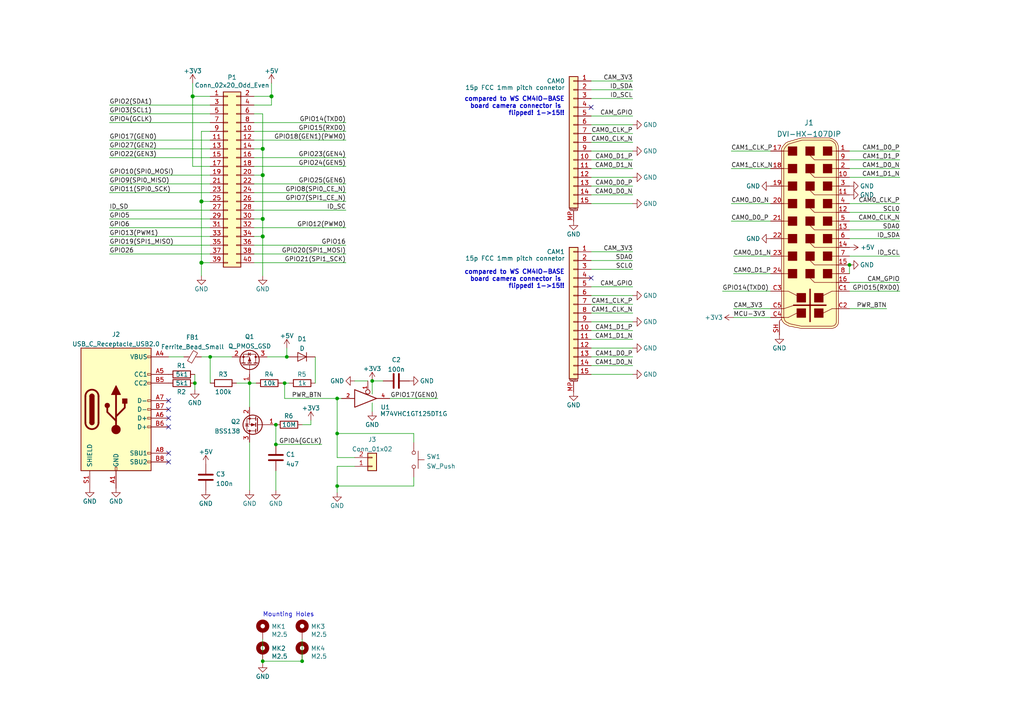
<source format=kicad_sch>
(kicad_sch (version 20211123) (generator eeschema)
  (paper "A4")
  (title_block (date "15 nov 2012"))
  (lib_symbols
    (symbol "74xGxx:74AHC1G125" (pin_names (offset 1.016))
      (property "Reference" "U" (at -2.54 3.81 0))
      (property "Value" "74AHC1G125" (at 0 -3.81 0))
      (symbol "74AHC1G125_1_1"
        (pin input inverted (at 0 5.08 270) (length 3.81) (name "~") (number "1"))
        (pin input line (at -7.62 0 0) (length 3.81) (name "~") (number "2"))
        (pin power_in line (at 1.27 -1.27 270) (length 0) hide (name "GND") (number "3"))
        (pin tri_state line (at 6.35 0 180) (length 3.81) (name "~") (number "4"))
        (pin power_in line (at 1.27 1.27 90) (length 0) hide (name "VCC") (number "5"))
      )
    )
    (symbol "Connector:USB_C_Receptacle_USB2.0" (pin_names (offset 1.016))
      (property "Reference" "J" (at -10.16 19.05 0))
      (property "Value" "USB_C_Receptacle_USB2.0" (at 19.05 19.05 0))
      (symbol "USB_C_Receptacle_USB2.0_1_1"
        (pin power_in line (at 0 -22.86 90) (length 5.08) (name "GND") (number "A1"))
        (pin passive line (at 0 -22.86 90) (length 5.08) hide (name "GND") (number "A12"))
        (pin power_in line (at 15.24 15.24 180) (length 5.08) (name "VBUS") (number "A4"))
        (pin bidirectional line (at 15.24 10.16 180) (length 5.08) (name "CC1") (number "A5"))
        (pin bidirectional line (at 15.24 -2.54 180) (length 5.08) (name "D+") (number "A6"))
        (pin bidirectional line (at 15.24 2.54 180) (length 5.08) (name "D-") (number "A7"))
        (pin bidirectional line (at 15.24 -12.7 180) (length 5.08) (name "SBU1") (number "A8"))
        (pin passive line (at 15.24 15.24 180) (length 5.08) hide (name "VBUS") (number "A9"))
        (pin passive line (at 0 -22.86 90) (length 5.08) hide (name "GND") (number "B1"))
        (pin passive line (at 0 -22.86 90) (length 5.08) hide (name "GND") (number "B12"))
        (pin passive line (at 15.24 15.24 180) (length 5.08) hide (name "VBUS") (number "B4"))
        (pin bidirectional line (at 15.24 7.62 180) (length 5.08) (name "CC2") (number "B5"))
        (pin bidirectional line (at 15.24 -5.08 180) (length 5.08) (name "D+") (number "B6"))
        (pin bidirectional line (at 15.24 0 180) (length 5.08) (name "D-") (number "B7"))
        (pin bidirectional line (at 15.24 -15.24 180) (length 5.08) (name "SBU2") (number "B8"))
        (pin passive line (at 15.24 15.24 180) (length 5.08) hide (name "VBUS") (number "B9"))
        (pin passive line (at -7.62 -22.86 90) (length 5.08) (name "SHIELD") (number "S1"))
      )
    )
    (symbol "Connector_Generic:Conn_01x02" (pin_names (offset 1.016) hide)
      (property "Reference" "J" (at 0 2.54 0))
      (property "Value" "Conn_01x02" (at 0 -5.08 0))
      (symbol "Conn_01x02_1_1"
        (pin passive line (at -5.08 0 0) (length 3.81) (name "Pin_1") (number "1"))
        (pin passive line (at -5.08 -2.54 0) (length 3.81) (name "Pin_2") (number "2"))
      )
    )
    (symbol "Connector_Generic:Conn_02x20_Odd_Even" (pin_names (offset 1.016) hide)
      (property "Reference" "J" (at 1.27 25.4 0))
      (property "Value" "Conn_02x20_Odd_Even" (at 1.27 -27.94 0))
      (symbol "Conn_02x20_Odd_Even_1_1"
        (pin passive line (at -5.08 22.86 0) (length 3.81) (name "Pin_1") (number "1"))
        (pin passive line (at 7.62 12.7 180) (length 3.81) (name "Pin_10") (number "10"))
        (pin passive line (at -5.08 10.16 0) (length 3.81) (name "Pin_11") (number "11"))
        (pin passive line (at 7.62 10.16 180) (length 3.81) (name "Pin_12") (number "12"))
        (pin passive line (at -5.08 7.62 0) (length 3.81) (name "Pin_13") (number "13"))
        (pin passive line (at 7.62 7.62 180) (length 3.81) (name "Pin_14") (number "14"))
        (pin passive line (at -5.08 5.08 0) (length 3.81) (name "Pin_15") (number "15"))
        (pin passive line (at 7.62 5.08 180) (length 3.81) (name "Pin_16") (number "16"))
        (pin passive line (at -5.08 2.54 0) (length 3.81) (name "Pin_17") (number "17"))
        (pin passive line (at 7.62 2.54 180) (length 3.81) (name "Pin_18") (number "18"))
        (pin passive line (at -5.08 0 0) (length 3.81) (name "Pin_19") (number "19"))
        (pin passive line (at 7.62 22.86 180) (length 3.81) (name "Pin_2") (number "2"))
        (pin passive line (at 7.62 0 180) (length 3.81) (name "Pin_20") (number "20"))
        (pin passive line (at -5.08 -2.54 0) (length 3.81) (name "Pin_21") (number "21"))
        (pin passive line (at 7.62 -2.54 180) (length 3.81) (name "Pin_22") (number "22"))
        (pin passive line (at -5.08 -5.08 0) (length 3.81) (name "Pin_23") (number "23"))
        (pin passive line (at 7.62 -5.08 180) (length 3.81) (name "Pin_24") (number "24"))
        (pin passive line (at -5.08 -7.62 0) (length 3.81) (name "Pin_25") (number "25"))
        (pin passive line (at 7.62 -7.62 180) (length 3.81) (name "Pin_26") (number "26"))
        (pin passive line (at -5.08 -10.16 0) (length 3.81) (name "Pin_27") (number "27"))
        (pin passive line (at 7.62 -10.16 180) (length 3.81) (name "Pin_28") (number "28"))
        (pin passive line (at -5.08 -12.7 0) (length 3.81) (name "Pin_29") (number "29"))
        (pin passive line (at -5.08 20.32 0) (length 3.81) (name "Pin_3") (number "3"))
        (pin passive line (at 7.62 -12.7 180) (length 3.81) (name "Pin_30") (number "30"))
        (pin passive line (at -5.08 -15.24 0) (length 3.81) (name "Pin_31") (number "31"))
        (pin passive line (at 7.62 -15.24 180) (length 3.81) (name "Pin_32") (number "32"))
        (pin passive line (at -5.08 -17.78 0) (length 3.81) (name "Pin_33") (number "33"))
        (pin passive line (at 7.62 -17.78 180) (length 3.81) (name "Pin_34") (number "34"))
        (pin passive line (at -5.08 -20.32 0) (length 3.81) (name "Pin_35") (number "35"))
        (pin passive line (at 7.62 -20.32 180) (length 3.81) (name "Pin_36") (number "36"))
        (pin passive line (at -5.08 -22.86 0) (length 3.81) (name "Pin_37") (number "37"))
        (pin passive line (at 7.62 -22.86 180) (length 3.81) (name "Pin_38") (number "38"))
        (pin passive line (at -5.08 -25.4 0) (length 3.81) (name "Pin_39") (number "39"))
        (pin passive line (at 7.62 20.32 180) (length 3.81) (name "Pin_4") (number "4"))
        (pin passive line (at 7.62 -25.4 180) (length 3.81) (name "Pin_40") (number "40"))
        (pin passive line (at -5.08 17.78 0) (length 3.81) (name "Pin_5") (number "5"))
        (pin passive line (at 7.62 17.78 180) (length 3.81) (name "Pin_6") (number "6"))
        (pin passive line (at -5.08 15.24 0) (length 3.81) (name "Pin_7") (number "7"))
        (pin passive line (at 7.62 15.24 180) (length 3.81) (name "Pin_8") (number "8"))
        (pin passive line (at -5.08 12.7 0) (length 3.81) (name "Pin_9") (number "9"))
      )
    )
    (symbol "Connector_Generic_MountingPin:Conn_01x15_MountingPin" (pin_names (offset 1.016) hide)
      (property "Reference" "J" (at 0 20.32 0))
      (property "Value" "Conn_01x15_MountingPin" (at 1.27 -20.32 0))
      (symbol "Conn_01x15_MountingPin_1_1"
        (text "Mounting" (at 0 -19.431 0) (effects (font (size 0.381 0.381))))
        (pin passive line (at -5.08 17.78 0) (length 3.81) (name "Pin_1") (number "1"))
        (pin passive line (at -5.08 -5.08 0) (length 3.81) (name "Pin_10") (number "10"))
        (pin passive line (at -5.08 -7.62 0) (length 3.81) (name "Pin_11") (number "11"))
        (pin passive line (at -5.08 -10.16 0) (length 3.81) (name "Pin_12") (number "12"))
        (pin passive line (at -5.08 -12.7 0) (length 3.81) (name "Pin_13") (number "13"))
        (pin passive line (at -5.08 -15.24 0) (length 3.81) (name "Pin_14") (number "14"))
        (pin passive line (at -5.08 -17.78 0) (length 3.81) (name "Pin_15") (number "15"))
        (pin passive line (at -5.08 15.24 0) (length 3.81) (name "Pin_2") (number "2"))
        (pin passive line (at -5.08 12.7 0) (length 3.81) (name "Pin_3") (number "3"))
        (pin passive line (at -5.08 10.16 0) (length 3.81) (name "Pin_4") (number "4"))
        (pin passive line (at -5.08 7.62 0) (length 3.81) (name "Pin_5") (number "5"))
        (pin passive line (at -5.08 5.08 0) (length 3.81) (name "Pin_6") (number "6"))
        (pin passive line (at -5.08 2.54 0) (length 3.81) (name "Pin_7") (number "7"))
        (pin passive line (at -5.08 0 0) (length 3.81) (name "Pin_8") (number "8"))
        (pin passive line (at -5.08 -2.54 0) (length 3.81) (name "Pin_9") (number "9"))
        (pin passive line (at 0 -22.86 90) (length 3.048) (name "MountPin") (number "MP"))
      )
    )
    (symbol "Device:C" (pin_numbers hide) (pin_names (offset 0.254))
      (property "Reference" "C" (at 0.635 2.54 0))
      (property "Value" "C" (at 0.635 -2.54 0))
      (symbol "C_1_1"
        (pin passive line (at 0 3.81 270) (length 2.794) (name "~") (number "1"))
        (pin passive line (at 0 -3.81 90) (length 2.794) (name "~") (number "2"))
      )
    )
    (symbol "Device:D" (pin_numbers hide) (pin_names (offset 1.016) hide)
      (property "Reference" "D" (at 0 2.54 0))
      (property "Value" "D" (at 0 -2.54 0))
      (symbol "D_1_1"
        (pin passive line (at -3.81 0 0) (length 2.54) (name "K") (number "1"))
        (pin passive line (at 3.81 0 180) (length 2.54) (name "A") (number "2"))
      )
    )
    (symbol "Device:Ferrite_Bead_Small" (pin_numbers hide) (pin_names (offset 0))
      (property "Reference" "FB" (at 1.905 1.27 0))
      (property "Value" "Ferrite_Bead_Small" (at 1.905 -1.27 0))
      (symbol "Ferrite_Bead_Small_1_1"
        (pin passive line (at 0 2.54 270) (length 1.27) (name "~") (number "1"))
        (pin passive line (at 0 -2.54 90) (length 1.27) (name "~") (number "2"))
      )
    )
    (symbol "Device:Q_PMOS_GSD" (pin_names (offset 0) hide)
      (property "Reference" "Q" (at 5.08 1.27 0))
      (property "Value" "Q_PMOS_GSD" (at 5.08 -1.27 0))
      (symbol "Q_PMOS_GSD_1_1"
        (pin input line (at -5.08 0 0) (length 2.54) (name "G") (number "1"))
        (pin passive line (at 2.54 -5.08 90) (length 2.54) (name "S") (number "2"))
        (pin passive line (at 2.54 5.08 270) (length 2.54) (name "D") (number "3"))
      )
    )
    (symbol "Device:R" (pin_numbers hide) (pin_names (offset 0))
      (property "Reference" "R" (at 2.032 0 90))
      (property "Value" "R" (at 0 0 90))
      (symbol "R_1_1"
        (pin passive line (at 0 3.81 270) (length 1.27) (name "~") (number "1"))
        (pin passive line (at 0 -3.81 90) (length 1.27) (name "~") (number "2"))
      )
    )
    (symbol "Mechanical:MountingHole_Pad" (pin_numbers hide) (pin_names (offset 1.016) hide)
      (property "Reference" "H" (at 0 6.35 0))
      (property "Value" "MountingHole_Pad" (at 0 4.445 0))
      (symbol "MountingHole_Pad_1_1"
        (pin input line (at 0 -2.54 90) (length 2.54) (name "1") (number "1"))
      )
    )
    (symbol "Switch:SW_Push" (pin_numbers hide) (pin_names (offset 1.016) hide)
      (property "Reference" "SW" (at 1.27 2.54 0))
      (property "Value" "SW_Push" (at 0 -1.524 0))
      (symbol "SW_Push_0_1"
        (pin passive line (at -5.08 0 0) (length 2.54) (name "1") (number "1"))
        (pin passive line (at 5.08 0 180) (length 2.54) (name "2") (number "2"))
      )
    )
    (symbol "Transistor_FET:BSS138" (pin_names hide)
      (property "Reference" "Q" (at 5.08 1.905 0))
      (property "Value" "BSS138" (at 5.08 0 0))
      (symbol "BSS138_1_1"
        (pin input line (at -5.08 0 0) (length 2.54) (name "G") (number "1"))
        (pin passive line (at 2.54 -5.08 90) (length 2.54) (name "S") (number "2"))
        (pin passive line (at 2.54 5.08 270) (length 2.54) (name "D") (number "3"))
      )
    )
    (symbol "dk_USB-DVI-HDMI-Connectors:74320-9010" (pin_names (offset 1.016))
      (property "Reference" "J" (at -8.255 27.305 0))
      (property "Value" "74320-9010" (at -2.54 -29.845 0))
      (symbol "74320-9010_1_1"
        (pin passive line (at 10.16 22.86 180) (length 3.81) (name "~") (number "1"))
        (pin passive line (at 10.16 15.24 180) (length 3.81) (name "~") (number "10"))
        (pin passive line (at 10.16 10.16 180) (length 3.81) (name "~") (number "11"))
        (pin passive line (at 10.16 5.08 180) (length 3.81) (name "~") (number "12"))
        (pin passive line (at 10.16 0 180) (length 3.81) (name "~") (number "13"))
        (pin passive line (at 10.16 -5.08 180) (length 3.81) (name "~") (number "14"))
        (pin passive line (at 10.16 -10.16 180) (length 3.81) (name "~") (number "15"))
        (pin passive line (at 10.16 -15.24 180) (length 3.81) (name "~") (number "16"))
        (pin passive line (at -12.7 22.86 0) (length 3.81) (name "~") (number "17"))
        (pin passive line (at -12.7 17.78 0) (length 3.81) (name "~") (number "18"))
        (pin passive line (at -12.7 12.7 0) (length 3.81) (name "~") (number "19"))
        (pin passive line (at 10.16 17.78 180) (length 3.81) (name "~") (number "2"))
        (pin passive line (at -12.7 7.62 0) (length 3.81) (name "~") (number "20"))
        (pin passive line (at -12.7 2.54 0) (length 3.81) (name "~") (number "21"))
        (pin passive line (at -12.7 -2.54 0) (length 3.81) (name "~") (number "22"))
        (pin passive line (at -12.7 -7.62 0) (length 3.81) (name "~") (number "23"))
        (pin passive line (at -12.7 -12.7 0) (length 3.81) (name "~") (number "24"))
        (pin passive line (at 10.16 12.7 180) (length 3.81) (name "~") (number "3"))
        (pin passive line (at 10.16 7.62 180) (length 3.81) (name "~") (number "4"))
        (pin passive line (at 10.16 2.54 180) (length 3.81) (name "~") (number "5"))
        (pin passive line (at 10.16 -2.54 180) (length 3.81) (name "~") (number "6"))
        (pin passive line (at 10.16 -7.62 180) (length 3.81) (name "~") (number "7"))
        (pin passive line (at 10.16 -12.7 180) (length 3.81) (name "~") (number "8"))
        (pin passive line (at 10.16 20.32 180) (length 3.81) (name "~") (number "9"))
        (pin passive line (at 10.16 -17.78 180) (length 3.81) (name "~") (number "C1"))
        (pin passive line (at 10.16 -22.86 180) (length 3.81) (name "~") (number "C2"))
        (pin passive line (at -12.7 -17.78 0) (length 3.81) (name "~") (number "C3"))
        (pin passive line (at -12.7 -25.4 0) (length 3.81) (name "~") (number "C4"))
        (pin passive line (at -12.7 -22.86 0) (length 3.81) (name "~") (number "C5"))
        (pin passive line (at -10.16 -30.48 90) (length 3.81) (name "~") (number "SH"))
      )
    )
    (symbol "power:+3.3V" (power) (pin_names (offset 0))
      (property "Value" "+3.3V" (at 0 3.556 0))
      (symbol "+3.3V_1_1"
        (pin power_in line (at 0 0 90) (length 0) hide (name "+3V3") (number "1"))
      )
    )
    (symbol "power:+5V" (power) (pin_names (offset 0))
      (property "Value" "+5V" (at 0 3.556 0))
      (symbol "+5V_1_1"
        (pin power_in line (at 0 0 90) (length 0) hide (name "+5V") (number "1"))
      )
    )
    (symbol "power:GND" (power) (pin_names (offset 0))
      (property "Value" "GND" (at 0 -3.81 0))
      (symbol "GND_1_1"
        (pin power_in line (at 0 0 270) (length 0) hide (name "GND") (number "1"))
      )
    )
  )
  (junction (at 72.39 111.125))
  (junction (at 107.95 110.49))
  (junction (at 82.55 111.125))
  (junction (at 76.2 68.58) (diameter 1.016))
  (junction (at 58.42 58.42) (diameter 1.016))
  (junction (at 97.79 125.73))
  (junction (at 76.2 50.8) (diameter 1.016))
  (junction (at 58.42 76.2) (diameter 1.016))
  (junction (at 87.63 191.77))
  (junction (at 76.2 191.77))
  (junction (at 97.79 115.57))
  (junction (at 76.2 43.18) (diameter 1.016))
  (junction (at 80.01 123.19))
  (junction (at 97.79 140.97))
  (junction (at 83.185 103.505))
  (junction (at 80.01 128.905))
  (junction (at 76.2 63.5) (diameter 1.016))
  (junction (at 60.96 103.505))
  (junction (at 78.74 27.94) (diameter 1.016))
  (junction (at 246.38 76.835))
  (junction (at 56.515 111.125))
  (junction (at 55.88 27.94) (diameter 1.016))
  (no_connect (at 171.45 80.645))
  (no_connect (at 48.895 123.825))
  (no_connect (at 48.895 131.445))
  (no_connect (at 48.895 133.985))
  (no_connect (at 48.895 116.205))
  (no_connect (at 48.895 118.745))
  (no_connect (at 48.895 121.285))
  (no_connect (at 171.45 31.115))
  (wire (pts (xy 48.895 103.505) (xy 53.34 103.505)))
  (wire (pts (xy 246.38 48.895) (xy 260.985 48.895)))
  (wire (pts (xy 212.725 89.535) (xy 223.52 89.535)))
  (wire (pts (xy 90.17 121.92) (xy 90.17 123.19)))
  (wire (pts (xy 171.45 28.575) (xy 183.515 28.575)))
  (wire (pts (xy 76.2 191.77) (xy 76.2 192.405)))
  (wire (pts (xy 55.88 27.94) (xy 60.96 27.94)))
  (wire (pts (xy 246.38 43.815) (xy 260.985 43.815)))
  (wire (pts (xy 97.79 135.255) (xy 97.79 140.97)))
  (wire (pts (xy 73.66 71.12) (xy 100.33 71.12)))
  (wire (pts (xy 78.74 27.94) (xy 78.74 30.48)))
  (wire (pts (xy 82.55 111.125) (xy 83.82 111.125)))
  (wire (pts (xy 171.45 88.265) (xy 183.515 88.265)))
  (wire (pts (xy 246.38 46.355) (xy 260.985 46.355)))
  (wire (pts (xy 80.01 123.19) (xy 80.01 128.905)))
  (wire (pts (xy 97.79 132.715) (xy 97.79 125.73)))
  (wire (pts (xy 76.2 43.18) (xy 76.2 50.8)))
  (wire (pts (xy 246.38 89.535) (xy 257.175 89.535)))
  (wire (pts (xy 171.45 98.425) (xy 183.515 98.425)))
  (wire (pts (xy 171.45 38.735) (xy 183.515 38.735)))
  (wire (pts (xy 73.66 35.56) (xy 100.33 35.56)))
  (wire (pts (xy 58.42 103.505) (xy 60.96 103.505)))
  (wire (pts (xy 97.79 135.255) (xy 102.87 135.255)))
  (wire (pts (xy 246.38 51.435) (xy 260.985 51.435)))
  (wire (pts (xy 76.2 33.02) (xy 73.66 33.02)))
  (wire (pts (xy 107.95 110.49) (xy 111.125 110.49)))
  (wire (pts (xy 73.66 66.04) (xy 100.33 66.04)))
  (wire (pts (xy 31.75 53.34) (xy 60.96 53.34)))
  (wire (pts (xy 68.58 111.125) (xy 72.39 111.125)))
  (wire (pts (xy 56.515 113.03) (xy 56.515 111.125)))
  (wire (pts (xy 82.55 111.125) (xy 82.55 115.57)))
  (wire (pts (xy 102.87 132.715) (xy 97.79 132.715)))
  (wire (pts (xy 60.96 103.505) (xy 67.31 103.505)))
  (wire (pts (xy 171.45 83.185) (xy 183.515 83.185)))
  (wire (pts (xy 60.96 60.96) (xy 31.75 60.96)))
  (wire (pts (xy 171.45 43.815) (xy 183.515 43.815)))
  (wire (pts (xy 171.45 108.585) (xy 183.515 108.585)))
  (wire (pts (xy 76.2 43.18) (xy 73.66 43.18)))
  (wire (pts (xy 171.45 53.975) (xy 183.515 53.975)))
  (wire (pts (xy 55.88 27.94) (xy 55.88 48.26)))
  (wire (pts (xy 31.75 63.5) (xy 60.96 63.5)))
  (wire (pts (xy 171.45 73.025) (xy 183.515 73.025)))
  (wire (pts (xy 83.185 103.505) (xy 83.82 103.505)))
  (wire (pts (xy 58.42 38.1) (xy 60.96 38.1)))
  (wire (pts (xy 76.2 50.8) (xy 73.66 50.8)))
  (wire (pts (xy 60.96 30.48) (xy 31.75 30.48)))
  (wire (pts (xy 73.66 76.2) (xy 100.33 76.2)))
  (wire (pts (xy 120.015 128.27) (xy 120.015 125.73)))
  (wire (pts (xy 83.185 100.965) (xy 83.185 103.505)))
  (wire (pts (xy 76.2 185.42) (xy 76.2 191.77)))
  (wire (pts (xy 120.015 138.43) (xy 120.015 140.97)))
  (wire (pts (xy 171.45 100.965) (xy 183.515 100.965)))
  (wire (pts (xy 31.75 71.12) (xy 60.96 71.12)))
  (wire (pts (xy 31.75 45.72) (xy 60.96 45.72)))
  (wire (pts (xy 212.725 74.295) (xy 223.52 74.295)))
  (wire (pts (xy 72.39 111.125) (xy 74.295 111.125)))
  (wire (pts (xy 171.45 48.895) (xy 183.515 48.895)))
  (wire (pts (xy 73.66 58.42) (xy 100.33 58.42)))
  (wire (pts (xy 31.75 73.66) (xy 60.96 73.66)))
  (wire (pts (xy 60.96 103.505) (xy 60.96 111.125)))
  (wire (pts (xy 212.725 79.375) (xy 223.52 79.375)))
  (wire (pts (xy 171.45 46.355) (xy 183.515 46.355)))
  (wire (pts (xy 171.45 41.275) (xy 183.515 41.275)))
  (wire (pts (xy 171.45 26.035) (xy 183.515 26.035)))
  (wire (pts (xy 73.66 48.26) (xy 100.33 48.26)))
  (wire (pts (xy 87.63 185.42) (xy 87.63 191.77)))
  (wire (pts (xy 55.88 48.26) (xy 60.96 48.26)))
  (wire (pts (xy 212.725 92.075) (xy 223.52 92.075)))
  (wire (pts (xy 60.96 50.8) (xy 31.75 50.8)))
  (wire (pts (xy 31.75 33.02) (xy 60.96 33.02)))
  (wire (pts (xy 76.2 63.5) (xy 76.2 68.58)))
  (wire (pts (xy 102.87 110.49) (xy 106.68 110.49)))
  (wire (pts (xy 58.42 58.42) (xy 58.42 76.2)))
  (wire (pts (xy 78.74 27.94) (xy 73.66 27.94)))
  (wire (pts (xy 171.45 36.195) (xy 183.515 36.195)))
  (wire (pts (xy 78.74 30.48) (xy 73.66 30.48)))
  (wire (pts (xy 171.45 85.725) (xy 183.515 85.725)))
  (wire (pts (xy 82.55 115.57) (xy 97.79 115.57)))
  (wire (pts (xy 107.95 116.84) (xy 107.95 119.38)))
  (wire (pts (xy 58.42 76.2) (xy 60.96 76.2)))
  (wire (pts (xy 171.45 23.495) (xy 183.515 23.495)))
  (wire (pts (xy 171.45 90.805) (xy 183.515 90.805)))
  (wire (pts (xy 97.79 115.57) (xy 99.06 115.57)))
  (wire (pts (xy 58.42 38.1) (xy 58.42 58.42)))
  (wire (pts (xy 246.38 69.215) (xy 260.985 69.215)))
  (wire (pts (xy 73.66 53.34) (xy 100.33 53.34)))
  (wire (pts (xy 171.45 51.435) (xy 183.515 51.435)))
  (wire (pts (xy 171.45 56.515) (xy 183.515 56.515)))
  (wire (pts (xy 246.38 81.915) (xy 260.985 81.915)))
  (wire (pts (xy 97.79 125.73) (xy 97.79 115.57)))
  (wire (pts (xy 120.015 140.97) (xy 97.79 140.97)))
  (wire (pts (xy 90.17 123.19) (xy 87.63 123.19)))
  (wire (pts (xy 209.55 84.455) (xy 223.52 84.455)))
  (wire (pts (xy 76.2 33.02) (xy 76.2 43.18)))
  (wire (pts (xy 107.95 110.49) (xy 107.95 114.3)))
  (wire (pts (xy 171.45 95.885) (xy 183.515 95.885)))
  (wire (pts (xy 76.2 63.5) (xy 73.66 63.5)))
  (wire (pts (xy 76.2 68.58) (xy 76.2 80.01)))
  (wire (pts (xy 31.75 55.88) (xy 60.96 55.88)))
  (wire (pts (xy 76.2 68.58) (xy 73.66 68.58)))
  (wire (pts (xy 31.75 66.04) (xy 60.96 66.04)))
  (wire (pts (xy 31.75 35.56) (xy 60.96 35.56)))
  (wire (pts (xy 246.38 59.055) (xy 260.985 59.055)))
  (wire (pts (xy 91.44 103.505) (xy 91.44 111.125)))
  (wire (pts (xy 212.09 48.895) (xy 223.52 48.895)))
  (wire (pts (xy 246.38 66.675) (xy 260.985 66.675)))
  (wire (pts (xy 31.75 43.18) (xy 60.96 43.18)))
  (wire (pts (xy 58.42 76.2) (xy 58.42 80.01)))
  (wire (pts (xy 81.915 111.125) (xy 82.55 111.125)))
  (wire (pts (xy 76.2 50.8) (xy 76.2 63.5)))
  (wire (pts (xy 73.66 38.1) (xy 100.33 38.1)))
  (wire (pts (xy 83.185 103.505) (xy 77.47 103.505)))
  (wire (pts (xy 171.45 78.105) (xy 183.515 78.105)))
  (wire (pts (xy 73.66 60.96) (xy 100.33 60.96)))
  (wire (pts (xy 171.45 106.045) (xy 183.515 106.045)))
  (wire (pts (xy 120.015 125.73) (xy 97.79 125.73)))
  (wire (pts (xy 55.88 24.13) (xy 55.88 27.94)))
  (wire (pts (xy 73.66 40.64) (xy 100.33 40.64)))
  (wire (pts (xy 72.39 128.27) (xy 72.39 142.24)))
  (wire (pts (xy 171.45 75.565) (xy 183.515 75.565)))
  (wire (pts (xy 80.01 136.525) (xy 80.01 142.24)))
  (wire (pts (xy 73.66 55.88) (xy 100.33 55.88)))
  (wire (pts (xy 76.2 191.77) (xy 87.63 191.77)))
  (wire (pts (xy 73.66 45.72) (xy 100.33 45.72)))
  (wire (pts (xy 60.96 40.64) (xy 31.75 40.64)))
  (wire (pts (xy 246.38 61.595) (xy 260.985 61.595)))
  (wire (pts (xy 56.515 108.585) (xy 56.515 111.125)))
  (wire (pts (xy 97.79 140.97) (xy 97.79 142.875)))
  (wire (pts (xy 73.66 73.66) (xy 100.33 73.66)))
  (wire (pts (xy 58.42 58.42) (xy 60.96 58.42)))
  (wire (pts (xy 78.74 24.13) (xy 78.74 27.94)))
  (wire (pts (xy 212.09 64.135) (xy 223.52 64.135)))
  (wire (pts (xy 171.45 93.345) (xy 183.515 93.345)))
  (wire (pts (xy 171.45 103.505) (xy 183.515 103.505)))
  (wire (pts (xy 246.38 64.135) (xy 260.985 64.135)))
  (wire (pts (xy 171.45 59.055) (xy 183.515 59.055)))
  (wire (pts (xy 246.38 84.455) (xy 260.985 84.455)))
  (wire (pts (xy 72.39 111.125) (xy 72.39 118.11)))
  (wire (pts (xy 246.38 76.835) (xy 246.38 79.375)))
  (wire (pts (xy 212.09 43.815) (xy 223.52 43.815)))
  (wire (pts (xy 80.01 128.905) (xy 93.345 128.905)))
  (wire (pts (xy 246.38 74.295) (xy 260.985 74.295)))
  (wire (pts (xy 171.45 33.655) (xy 183.515 33.655)))
  (wire (pts (xy 212.09 59.055) (xy 223.52 59.055)))
  (wire (pts (xy 60.96 68.58) (xy 31.75 68.58)))
  (wire (pts (xy 113.03 115.57) (xy 127 115.57)))
  (text "compared to WS CM4IO-BASE\nboard camera connector is \nflipped! 1->15!!" (at 163.83 83.82 0) (effects (font (size 1.27 1.27) (thickness 0.254) bold) (justify right bottom)))
  (text "compared to WS CM4IO-BASE\nboard camera connector is \nflipped! 1->15!!" (at 163.83 33.655 0) (effects (font (size 1.27 1.27) (thickness 0.254) bold) (justify right bottom)))
  (text "Mounting Holes" (at 76.2 179.07 0) (effects (font (size 1.27 1.27)) (justify left bottom)))
  (label "CAM_3V3" (at 183.515 23.495 180))
  (label "CAM1_CLK_N" (at 183.515 90.805 180))
  (label "CAM_3V3" (at 212.725 89.535 0))
  (label "GPIO5" (at 31.75 63.5 0))
  (label "GPIO13(PWM1)" (at 31.75 68.58 0))
  (label "GPIO7(SPI1_CE_N)" (at 100.33 58.42 180))
  (label "GPIO25(GEN6)" (at 100.33 53.34 180))
  (label "ID_SD" (at 31.75 60.96 0))
  (label "MCU-3V3" (at 212.725 92.075 0))
  (label "GPIO17(GEN0)" (at 31.75 40.64 0))
  (label "PWR_BTN" (at 93.345 115.57 180))
  (label "GPIO20(SPI1_MOSI)" (at 100.33 73.66 180))
  (label "GPIO4(GCLK)" (at 93.345 128.905 180))
  (label "CAM1_D0_P" (at 183.515 103.505 180))
  (label "SCL0" (at 260.985 61.595 180))
  (label "CAM1_D1_P" (at 260.985 46.355 180))
  (label "CAM1_D0_P" (at 260.985 43.815 180))
  (label "GPIO15(RXD0)" (at 260.985 84.455 180))
  (label "ID_SDA" (at 260.985 69.215 180))
  (label "PWR_BTN" (at 257.175 89.535 180))
  (label "GPIO15(RXD0)" (at 100.33 38.1 180))
  (label "ID_SC" (at 100.33 60.96 180))
  (label "CAM0_D0_P" (at 212.09 64.135 0))
  (label "ID_SCL" (at 183.515 28.575 180))
  (label "CAM0_D1_P" (at 183.515 46.355 180))
  (label "CAM1_CLK_P" (at 183.515 88.265 180))
  (label "CAM_GPIO" (at 183.515 83.185 180))
  (label "GPIO4(GCLK)" (at 31.75 35.56 0))
  (label "CAM0_D1_P" (at 212.725 79.375 0))
  (label "CAM0_D0_P" (at 183.515 53.975 180))
  (label "ID_SCL" (at 260.985 74.295 180))
  (label "GPIO19(SPI1_MISO)" (at 31.75 71.12 0))
  (label "GPIO16" (at 100.33 71.12 180))
  (label "GPIO21(SPI1_SCK)" (at 100.33 76.2 180))
  (label "GPIO14(TXD0)" (at 100.33 35.56 180))
  (label "GPIO3(SCL1)" (at 31.75 33.02 0))
  (label "CAM_3V3" (at 183.515 73.025 180))
  (label "GPIO17(GEN0)" (at 127 115.57 180))
  (label "GPIO8(SPI0_CE_N)" (at 100.33 55.88 180))
  (label "CAM1_D1_N" (at 183.515 98.425 180))
  (label "GPIO6" (at 31.75 66.04 0))
  (label "CAM1_D1_N" (at 260.985 51.435 180))
  (label "CAM0_CLK_P" (at 260.985 59.055 180))
  (label "CAM0_D0_N" (at 183.515 56.515 180))
  (label "CAM1_CLK_N" (at 212.09 48.895 0))
  (label "CAM0_CLK_N" (at 183.515 41.275 180))
  (label "CAM1_CLK_P" (at 212.09 43.815 0))
  (label "SCL0" (at 183.515 78.105 180))
  (label "GPIO27(GEN2)" (at 31.75 43.18 0))
  (label "GPIO26" (at 31.75 73.66 0))
  (label "SDA0" (at 260.985 66.675 180))
  (label "CAM0_CLK_P" (at 183.515 38.735 180))
  (label "GPIO24(GEN5)" (at 100.33 48.26 180))
  (label "GPIO18(GEN1)(PWM0)" (at 100.33 40.64 180))
  (label "GPIO23(GEN4)" (at 100.33 45.72 180))
  (label "CAM1_D1_P" (at 183.515 95.885 180))
  (label "GPIO14(TXD0)" (at 209.55 84.455 0))
  (label "GPIO9(SPI0_MISO)" (at 31.75 53.34 0))
  (label "GPIO10(SPI0_MOSI)" (at 31.75 50.8 0))
  (label "CAM1_D0_N" (at 260.985 48.895 180))
  (label "GPIO12(PWM0)" (at 100.33 66.04 180))
  (label "CAM1_D0_N" (at 183.515 106.045 180))
  (label "CAM0_D1_N" (at 183.515 48.895 180))
  (label "CAM0_D1_N" (at 212.725 74.295 0))
  (label "GPIO2(SDA1)" (at 31.75 30.48 0))
  (label "GPIO22(GEN3)" (at 31.75 45.72 0))
  (label "CAM0_CLK_N" (at 260.985 64.135 180))
  (label "GPIO11(SPI0_SCK)" (at 31.75 55.88 0))
  (label "CAM0_D0_N" (at 212.09 59.055 0))
  (label "CAM_GPIO" (at 260.985 81.915 180))
  (label "ID_SDA" (at 183.515 26.035 180))
  (label "SDA0" (at 183.515 75.565 180))
  (label "CAM_GPIO" (at 183.515 33.655 180))
  (symbol (lib_id "power:+5V") (at 78.74 24.13 0) (unit 1)
    (property "Reference" "#PWR01" (effects hide))
    (property "Value" "+5V" (at 78.74 20.574 0))
  )
  (symbol (lib_id "power:+3.3V") (at 55.88 24.13 0) (unit 1)
    (property "Reference" "#PWR04" (effects hide))
    (property "Value" "+3.3V" (at 55.88 20.574 0))
  )
  (symbol (lib_id "power:GND") (at 76.2 80.01 0) (unit 1)
    (property "Reference" "#PWR02" (effects hide))
    (property "Value" "GND" (at 76.2 83.82 0))
  )
  (symbol (lib_id "power:GND") (at 58.42 80.01 0) (unit 1)
    (property "Reference" "#PWR03" (effects hide))
    (property "Value" "GND" (at 58.42 83.82 0))
  )
  (symbol (lib_id "Mechanical:MountingHole_Pad") (at 76.2 182.88 0) (unit 1)
    (property "Reference" "MK1" (at 78.74 181.7116 0) (effects (justify left)))
    (property "Value" "M2.5" (at 78.74 184.023 0) (effects (justify left)))
    (property "Footprint" "MountingHole:MountingHole_3.2mm_M3_Pad_Via" (effects hide))
  )
  (symbol (lib_id "Mechanical:MountingHole_Pad") (at 87.63 182.88 0) (unit 1)
    (property "Reference" "MK3" (at 90.17 181.7116 0) (effects (justify left)))
    (property "Value" "M2.5" (at 90.17 184.023 0) (effects (justify left)))
    (property "Footprint" "MountingHole:MountingHole_3.2mm_M3_Pad_Via" (effects hide))
  )
  (symbol (lib_id "Mechanical:MountingHole_Pad") (at 76.2 189.23 0) (unit 1)
    (property "Reference" "MK2" (at 78.74 188.0616 0) (effects (justify left)))
    (property "Value" "M2.5" (at 78.74 190.373 0) (effects (justify left)))
    (property "Footprint" "MountingHole:MountingHole_3.2mm_M3_Pad_Via" (effects hide))
  )
  (symbol (lib_id "Mechanical:MountingHole_Pad") (at 87.63 189.23 0) (unit 1)
    (property "Reference" "MK4" (at 90.17 188.0616 0) (effects (justify left)))
    (property "Value" "M2.5" (at 90.17 190.373 0) (effects (justify left)))
    (property "Footprint" "MountingHole:MountingHole_3.2mm_M3_Pad_Via" (effects hide))
  )
  (symbol (lib_id "Connector_Generic:Conn_02x20_Odd_Even") (at 66.04 50.8 0) (unit 1)
    (property "Reference" "P1" (at 67.31 22.4282 0))
    (property "Value" "Conn_02x20_Odd_Even" (at 67.31 24.7396 0))
    (property "Footprint" "Connector_PinSocket_2.54mm:PinSocket_2x20_P2.54mm_Vertical" (effects hide))
  )
  (symbol (lib_id "power:GND") (at 183.515 36.195 90) (mirror x) (unit 1)
    (property "Reference" "#PWR0106" (effects hide))
    (property "Value" "GND" (at 188.595 36.195 90))
  )
  (symbol (lib_id "power:GND") (at 56.515 113.03 0) (unit 1)
    (property "Reference" "#PWR0107" (effects hide))
    (property "Value" "GND" (at 56.515 116.84 0))
  )
  (symbol (lib_id "Connector_Generic:Conn_01x02") (at 107.95 135.255 0) (mirror x) (unit 1)
    (property "Reference" "J3" (at 107.95 127.4785 0))
    (property "Value" "Conn_01x02" (at 107.95 130.2536 0))
    (property "Footprint" "Connector_PinHeader_2.54mm:PinHeader_1x02_P2.54mm_Vertical" (effects hide))
  )
  (symbol (lib_id "power:GND") (at 107.95 119.38 0) (unit 1)
    (property "Reference" "#PWR08" (effects hide))
    (property "Value" "GND" (at 107.95 123.19 0))
  )
  (symbol (lib_id "power:GND") (at 183.515 51.435 90) (mirror x) (unit 1)
    (property "Reference" "#PWR0115" (effects hide))
    (property "Value" "GND" (at 188.595 51.435 90))
  )
  (symbol (lib_id "Device:Q_PMOS_GSD") (at 72.39 106.045 270) (mirror x) (unit 1)
    (property "Reference" "Q1" (at 72.39 97.6335 90))
    (property "Value" "Q_PMOS_GSD" (at 72.39 100.4086 90))
    (property "Footprint" "Package_TO_SOT_SMD:SOT-23" (effects hide))
  )
  (symbol (lib_id "power:GND") (at 166.37 64.135 0) (mirror y) (unit 1)
    (property "Reference" "#PWR0102" (effects hide))
    (property "Value" "GND" (at 166.37 67.945 0))
  )
  (symbol (lib_id "Device:C") (at 80.01 132.715 0) (unit 1)
    (property "Reference" "C1" (at 82.931 131.8065 0) (effects (justify left)))
    (property "Value" "4u7" (at 82.931 134.5816 0) (effects (justify left)))
    (property "Footprint" "dipolMods:C_0603_min" (effects hide))
  )
  (symbol (lib_id "74xGxx:74AHC1G125") (at 106.68 115.57 0) (unit 1)
    (property "Reference" "U1" (at 111.76 118.11 0))
    (property "Value" "M74VHC1GT125DT1G" (at 120.015 120.015 0))
    (property "Footprint" "Package_SO:TSOP-5_1.65x3.05mm_P0.95mm" (effects hide))
    (property "Datasheet" " " (effects hide))
  )
  (symbol (lib_id "Connector_Generic_MountingPin:Conn_01x15_MountingPin") (at 166.37 90.805 0) (mirror y) (unit 1)
    (property "Reference" "CAM1" (at 163.83 73.025 0) (effects (justify left)))
    (property "Value" "15p FCC 1mm pitch connetor" (at 163.83 74.93 0) (effects (justify left)))
    (property "Footprint" "Connector_FFC-FPC:TE_1-84952-5_1x15-1MP_P1.0mm_Horizontal" (effects hide))
  )
  (symbol (lib_id "power:GND") (at 246.38 56.515 90) (mirror x) (unit 1)
    (property "Reference" "#PWR0113" (effects hide))
    (property "Value" "GND" (at 251.46 56.515 90))
  )
  (symbol (lib_id "Device:R") (at 83.82 123.19 270) (mirror x) (unit 1)
    (property "Reference" "R6" (at 85.09 120.65 90) (effects (justify right)))
    (property "Value" "10M" (at 83.82 123.19 90))
    (property "Footprint" "dipolMods:R_0603_min" (effects hide))
  )
  (symbol (lib_id "power:GND") (at 80.01 142.24 0) (unit 1)
    (property "Reference" "#PWR012" (effects hide))
    (property "Value" "GND" (at 80.01 146.05 0))
  )
  (symbol (lib_id "power:GND") (at 226.06 97.155 0) (mirror y) (unit 1)
    (property "Reference" "#PWR0117" (effects hide))
    (property "Value" "GND" (at 226.06 100.965 0))
  )
  (symbol (lib_id "power:GND") (at 183.515 59.055 90) (mirror x) (unit 1)
    (property "Reference" "#PWR0110" (effects hide))
    (property "Value" "GND" (at 188.595 59.055 90))
  )
  (symbol (lib_id "Switch:SW_Push") (at 120.015 133.35 270) (unit 1)
    (property "Reference" "SW1" (at 123.698 132.4415 90) (effects (justify left)))
    (property "Value" "SW_Push" (at 123.698 135.2166 90) (effects (justify left)))
    (property "Footprint" "Button_Switch_THT:SW_PUSH_6mm" (effects hide))
  )
  (symbol (lib_id "power:GND") (at 166.37 113.665 0) (mirror y) (unit 1)
    (property "Reference" "#PWR0101" (effects hide))
    (property "Value" "GND" (at 166.37 117.475 0))
  )
  (symbol (lib_id "Connector_Generic_MountingPin:Conn_01x15_MountingPin") (at 166.37 41.275 0) (mirror y) (unit 1)
    (property "Reference" "CAM0" (at 163.83 23.495 0) (effects (justify left)))
    (property "Value" "15p FCC 1mm pitch connetor" (at 163.83 25.4 0) (effects (justify left)))
    (property "Footprint" "Connector_FFC-FPC:TE_1-84952-5_1x15-1MP_P1.0mm_Horizontal" (effects hide))
  )
  (symbol (lib_id "Device:R") (at 52.705 108.585 270) (mirror x) (unit 1)
    (property "Reference" "R1" (at 53.975 106.045 90) (effects (justify right)))
    (property "Value" "5k1" (at 54.61 108.585 90) (effects (justify right)))
    (property "Footprint" "dipolMods:R_0603_min" (effects hide))
  )
  (symbol (lib_id "power:+5V") (at 83.185 100.965 0) (unit 1)
    (property "Reference" "#PWR0108" (effects hide))
    (property "Value" "+5V" (at 83.185 97.409 0))
  )
  (symbol (lib_id "power:GND") (at 183.515 43.815 90) (mirror x) (unit 1)
    (property "Reference" "#PWR0105" (effects hide))
    (property "Value" "GND" (at 188.595 43.815 90))
  )
  (symbol (lib_id "power:GND") (at 183.515 108.585 90) (mirror x) (unit 1)
    (property "Reference" "#PWR0114" (effects hide))
    (property "Value" "GND" (at 188.595 108.585 90))
  )
  (symbol (lib_id "power:GND") (at 97.79 142.875 0) (unit 1)
    (property "Reference" "#PWR014" (effects hide))
    (property "Value" "GND" (at 97.79 146.685 0))
  )
  (symbol (lib_id "power:GND") (at 183.515 100.965 90) (mirror x) (unit 1)
    (property "Reference" "#PWR0109" (effects hide))
    (property "Value" "GND" (at 188.595 100.965 90))
  )
  (symbol (lib_id "power:+3.3V") (at 90.17 121.92 0) (unit 1)
    (property "Reference" "#PWR09" (effects hide))
    (property "Value" "+3.3V" (at 90.17 118.364 0))
  )
  (symbol (lib_id "power:GND") (at 246.38 76.835 90) (mirror x) (unit 1)
    (property "Reference" "#PWR0119" (effects hide))
    (property "Value" "GND" (at 251.46 76.835 90))
  )
  (symbol (lib_id "Device:Ferrite_Bead_Small") (at 55.88 103.505 90) (unit 1)
    (property "Reference" "FB1" (at 55.8419 97.8367 90))
    (property "Value" "Ferrite_Bead_Small" (at 55.8419 100.6118 90))
    (property "Footprint" "dipolMods:L_0603_min" (effects hide))
  )
  (symbol (lib_id "power:GND") (at 72.39 142.24 0) (unit 1)
    (property "Reference" "#PWR011" (effects hide))
    (property "Value" "GND" (at 72.39 146.05 0))
  )
  (symbol (lib_id "power:+5V") (at 246.38 71.755 270) (unit 1)
    (property "Reference" "#PWR0120" (effects hide))
    (property "Value" "+5V" (at 249.555 71.755 90) (effects (justify left)))
  )
  (symbol (lib_id "Device:R") (at 52.705 111.125 270) (mirror x) (unit 1)
    (property "Reference" "R2" (at 53.975 113.665 90) (effects (justify right)))
    (property "Value" "5k1" (at 54.61 111.125 90) (effects (justify right)))
    (property "Footprint" "dipolMods:R_0603_min" (effects hide))
  )
  (symbol (lib_id "Device:R") (at 64.77 111.125 270) (mirror x) (unit 1)
    (property "Reference" "R3" (at 66.04 108.585 90) (effects (justify right)))
    (property "Value" "100k" (at 64.77 113.665 90))
    (property "Footprint" "dipolMods:R_0603_min" (effects hide))
  )
  (symbol (lib_id "Transistor_FET:BSS138") (at 74.93 123.19 180) (unit 1)
    (property "Reference" "Q2" (at 69.723 122.2815 0) (effects (justify left)))
    (property "Value" "BSS138" (at 69.723 125.0566 0) (effects (justify left)))
    (property "Footprint" "Package_TO_SOT_SMD:SOT-23" (effects hide))
    (property "Datasheet" "https://www.fairchildsemi.com/datasheets/BS/BSS138.pdf" (effects hide))
  )
  (symbol (lib_id "power:+5V") (at 59.69 134.62 0) (unit 1)
    (property "Reference" "#PWR010" (effects hide))
    (property "Value" "+5V" (at 59.69 131.064 0))
  )
  (symbol (lib_id "Device:C") (at 59.69 138.43 180) (unit 1)
    (property "Reference" "C3" (at 62.611 137.5215 0) (effects (justify right)))
    (property "Value" "100n" (at 62.611 140.2966 0) (effects (justify right)))
    (property "Footprint" "dipolMods:C_0603_min" (effects hide))
  )
  (symbol (lib_id "Device:R") (at 87.63 111.125 270) (mirror x) (unit 1)
    (property "Reference" "R5" (at 88.9 108.585 90) (effects (justify right)))
    (property "Value" "1k" (at 88.9 111.125 90) (effects (justify right)))
    (property "Footprint" "dipolMods:R_0603_min" (effects hide))
  )
  (symbol (lib_id "power:GND") (at 246.38 53.975 90) (mirror x) (unit 1)
    (property "Reference" "#PWR0121" (effects hide))
    (property "Value" "GND" (at 251.46 53.975 90))
  )
  (symbol (lib_id "Device:R") (at 78.105 111.125 270) (mirror x) (unit 1)
    (property "Reference" "R4" (at 79.375 108.585 90) (effects (justify right)))
    (property "Value" "10k" (at 80.01 111.125 90) (effects (justify right)))
    (property "Footprint" "dipolMods:R_0603_min" (effects hide))
  )
  (symbol (lib_id "power:GND") (at 26.035 141.605 0) (unit 1)
    (property "Reference" "#PWR0103" (effects hide))
    (property "Value" "GND" (at 26.035 145.415 0))
  )
  (symbol (lib_id "power:GND") (at 223.52 53.975 270) (mirror x) (unit 1)
    (property "Reference" "#PWR0116" (effects hide))
    (property "Value" "GND" (at 218.44 53.975 90))
  )
  (symbol (lib_id "Device:C") (at 114.935 110.49 90) (unit 1)
    (property "Reference" "C2" (at 114.935 104.3645 90))
    (property "Value" "100n" (at 114.935 107.1396 90))
    (property "Footprint" "dipolMods:C_0603_min" (effects hide))
  )
  (symbol (lib_id "power:GND") (at 223.52 69.215 270) (mirror x) (unit 1)
    (property "Reference" "#PWR0118" (effects hide))
    (property "Value" "GND" (at 218.44 69.215 90))
  )
  (symbol (lib_id "Device:D") (at 87.63 103.505 180) (unit 1)
    (property "Reference" "D1" (at 87.63 98.2939 0))
    (property "Value" "D" (at 87.63 101.069 0))
    (property "Footprint" "Diode_SMD:D_SOD-323" (effects hide))
  )
  (symbol (lib_id "dk_USB-DVI-HDMI-Connectors:74320-9010") (at 236.22 66.675 0) (unit 1)
    (property "Reference" "J1" (at 234.6325 35.6011 0) (effects (font (size 1.524 1.524))))
    (property "Value" "DVI-HX-107DIP" (at 234.6325 38.8801 0) (effects (font (size 1.524 1.524))))
    (property "Footprint" "digikey-footprints:DVI_Female_74320-9010" (effects hide))
    (property "Datasheet" "https://datasheet.lcsc.com/lcsc/2201121730_HDGC-DVI-HX-107DIP_C2936242.pdf" (effects hide))
    (property "LCSC#" "C2936242" (effects hide))
    (property "MPN" " DVI-HX-107DIP" (effects hide))
    (property "Manufacturer" "HDGC or generic china " (effects hide))
  )
  (symbol (lib_id "power:GND") (at 183.515 93.345 90) (mirror x) (unit 1)
    (property "Reference" "#PWR0112" (effects hide))
    (property "Value" "GND" (at 188.595 93.345 90))
  )
  (symbol (lib_id "power:GND") (at 33.655 141.605 0) (unit 1)
    (property "Reference" "#PWR0104" (effects hide))
    (property "Value" "GND" (at 33.655 145.415 0))
  )
  (symbol (lib_id "power:GND") (at 59.69 142.24 0) (unit 1)
    (property "Reference" "#PWR013" (effects hide))
    (property "Value" "GND" (at 59.69 146.05 0))
  )
  (symbol (lib_id "power:+3.3V") (at 107.95 110.49 0) (unit 1)
    (property "Reference" "#PWR06" (effects hide))
    (property "Value" "+3.3V" (at 107.95 106.934 0))
  )
  (symbol (lib_id "power:GND") (at 76.2 192.405 0) (unit 1)
    (property "Reference" "#PWR0123" (effects hide))
    (property "Value" "GND" (at 76.2 196.215 0))
  )
  (symbol (lib_id "power:GND") (at 118.745 110.49 90) (mirror x) (unit 1)
    (property "Reference" "#PWR07" (effects hide))
    (property "Value" "GND" (at 123.825 110.49 90))
  )
  (symbol (lib_id "power:GND") (at 102.87 110.49 270) (mirror x) (unit 1)
    (property "Reference" "#PWR05" (effects hide))
    (property "Value" "GND" (at 97.79 110.49 90))
  )
  (symbol (lib_id "power:GND") (at 183.515 85.725 90) (mirror x) (unit 1)
    (property "Reference" "#PWR0111" (effects hide))
    (property "Value" "GND" (at 188.595 85.725 90))
  )
  (symbol (lib_id "power:+3.3V") (at 212.725 92.075 90) (unit 1)
    (property "Reference" "#PWR0122" (effects hide))
    (property "Value" "+3.3V" (at 207.01 92.075 90))
  )
  (symbol (lib_id "Connector:USB_C_Receptacle_USB2.0") (at 33.655 118.745 0) (unit 1)
    (property "Reference" "J2" (at 33.655 96.9985 0))
    (property "Value" "USB_C_Receptacle_USB2.0" (at 33.655 99.7736 0))
    (property "Footprint" "Connector_USB_Extra:USB_C_Receptacle_GT-USB-7010" (effects hide))
    (property "Datasheet" "https://www.usb.org/sites/default/files/documents/usb_type-c.zip" (effects hide))
  )
)
</source>
